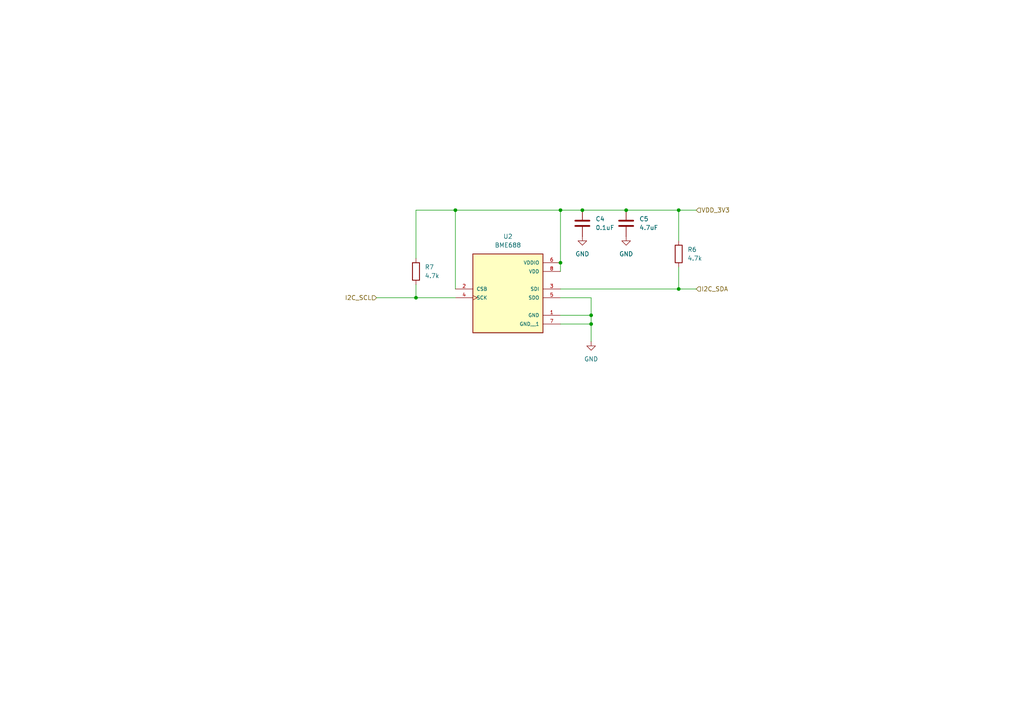
<source format=kicad_sch>
(kicad_sch (version 20250114) (generator "eeschema") (generator_version "9.0")
  (paper "A4")
  (title_block (title "air-ctrl") (date "2025-10-22") (rev "1.2"))
  (lib_symbols
    (symbol "BME688:BME688" (pin_names (offset 1.016))
      (property "Reference" "U" (at -10.16 10.668 0))
      (property "Value" "BME688" (at -10.16 -15.24 0))
      (symbol "BME688_0_0"
        (rectangle (start -10.16 -12.7) (end 10.16 10.16) (stroke (width 0.254)) (fill (type background)))
        (pin input line (at -15.24 0 0) (length 5.08) (name "CSB") (number "2"))
        (pin input clock (at -15.24 -2.54 0) (length 5.08) (name "SCK") (number "4"))
        (pin power_in line (at 15.24 7.62 180) (length 5.08) (name "VDDIO") (number "6"))
        (pin power_in line (at 15.24 5.08 180) (length 5.08) (name "VDD") (number "8"))
        (pin bidirectional line (at 15.24 0 180) (length 5.08) (name "SDI") (number "3"))
        (pin bidirectional line (at 15.24 -2.54 180) (length 5.08) (name "SDO") (number "5"))
        (pin power_in line (at 15.24 -7.62 180) (length 5.08) (name "GND") (number "1"))
        (pin power_in line (at 15.24 -10.16 180) (length 5.08) (name "GND__1") (number "7"))
      )
    )
    (symbol "Device:C" (pin_numbers (hide yes)) (pin_names (offset 0.254))
      (property "Reference" "C" (at 0.635 2.54 0))
      (property "Value" "C" (at 0.635 -2.54 0))
      (symbol "C_0_1"
        (polyline (pts (xy -2.032 0.762) (xy 2.032 0.762)) (stroke (width 0.508)))
        (polyline (pts (xy -2.032 -0.762) (xy 2.032 -0.762)) (stroke (width 0.508)))
      )
      (symbol "C_1_1"
        (pin passive line (at 0 3.81 270) (length 2.794) (name "~") (number "1"))
        (pin passive line (at 0 -3.81 90) (length 2.794) (name "~") (number "2"))
      )
    )
    (symbol "Device:R" (pin_numbers (hide yes)) (pin_names (offset 0))
      (property "Reference" "R" (at 2.032 0 90))
      (property "Value" "R" (at 0 0 90))
      (symbol "R_0_1"
        (rectangle (start -1.016 -2.54) (end 1.016 2.54) (stroke (width 0.254)))
      )
      (symbol "R_1_1"
        (pin passive line (at 0 3.81 270) (length 1.27) (name "~") (number "1"))
        (pin passive line (at 0 -3.81 90) (length 1.27) (name "~") (number "2"))
      )
    )
    (symbol "power:GND" (power) (pin_numbers (hide yes)) (pin_names (offset 0) (hide yes))
      (property "Value" "GND" (at 0 -3.81 0))
      (symbol "GND_0_1"
        (polyline (pts (xy 0 0) (xy 0 -1.27) (xy 1.27 -1.27) (xy 0 -2.54) (xy -1.27 -1.27) (xy 0 -1.27)))
      )
      (symbol "GND_1_1"
        (pin power_in line (at 0 0 270) (length 0) (name "~") (number "1"))
      )
    )
  )
  (junction (at 196.85 83.82))
  (junction (at 196.85 60.96))
  (junction (at 168.91 60.96))
  (junction (at 120.65 86.36))
  (junction (at 162.56 76.2))
  (junction (at 171.45 91.44))
  (junction (at 171.45 93.98))
  (junction (at 162.56 60.96))
  (junction (at 132.08 60.96))
  (junction (at 181.61 60.96))
  (wire (pts (xy 120.65 74.93) (xy 120.65 60.96)))
  (wire (pts (xy 168.91 60.96) (xy 181.61 60.96)))
  (wire (pts (xy 120.65 86.36) (xy 132.08 86.36)))
  (wire (pts (xy 171.45 93.98) (xy 171.45 99.06)))
  (wire (pts (xy 120.65 82.55) (xy 120.65 86.36)))
  (wire (pts (xy 132.08 60.96) (xy 162.56 60.96)))
  (wire (pts (xy 162.56 93.98) (xy 171.45 93.98)))
  (wire (pts (xy 162.56 60.96) (xy 162.56 76.2)))
  (wire (pts (xy 196.85 77.47) (xy 196.85 83.82)))
  (wire (pts (xy 196.85 60.96) (xy 196.85 69.85)))
  (wire (pts (xy 171.45 91.44) (xy 171.45 93.98)))
  (wire (pts (xy 162.56 76.2) (xy 162.56 78.74)))
  (wire (pts (xy 109.22 86.36) (xy 120.65 86.36)))
  (wire (pts (xy 181.61 60.96) (xy 196.85 60.96)))
  (wire (pts (xy 132.08 83.82) (xy 132.08 60.96)))
  (wire (pts (xy 171.45 86.36) (xy 171.45 91.44)))
  (wire (pts (xy 120.65 60.96) (xy 132.08 60.96)))
  (wire (pts (xy 162.56 83.82) (xy 196.85 83.82)))
  (wire (pts (xy 196.85 60.96) (xy 201.93 60.96)))
  (wire (pts (xy 162.56 91.44) (xy 171.45 91.44)))
  (wire (pts (xy 162.56 60.96) (xy 168.91 60.96)))
  (wire (pts (xy 196.85 83.82) (xy 201.93 83.82)))
  (wire (pts (xy 162.56 86.36) (xy 171.45 86.36)))
  (hierarchical_label "I2C_SDA" (shape input) (at 201.93 83.82 0))
  (hierarchical_label "VDD_3V3" (shape input) (at 201.93 60.96 0))
  (hierarchical_label "I2C_SCL" (shape input) (at 109.22 86.36 180))
  (symbol (lib_id "power:GND") (at 168.91 68.58 0) (unit 1)
    (property "Reference" "#PWR010" (effects (hide yes)))
    (property "Value" "GND" (at 168.91 73.66 0))
    (property "Description" "Power symbol creates a global label with name \"GND\" , ground" (effects (hide yes)))
  )
  (symbol (lib_id "Device:C") (at 181.61 64.77 0) (unit 1)
    (property "Reference" "C5" (at 185.42 63.4999 0) (effects (justify left)))
    (property "Value" "4.7uF" (at 185.42 66.0399 0) (effects (justify left)))
    (property "Footprint" "Capacitor_SMD:C_0603_1608Metric" (effects (hide yes)))
    (property "Description" "Unpolarized capacitor" (effects (hide yes)))
  )
  (symbol (lib_id "Device:C") (at 168.91 64.77 0) (unit 1)
    (property "Reference" "C4" (at 172.72 63.4999 0) (effects (justify left)))
    (property "Value" "0.1uF" (at 172.72 66.0399 0) (effects (justify left)))
    (property "Footprint" "Capacitor_SMD:C_0603_1608Metric" (effects (hide yes)))
    (property "Description" "Unpolarized capacitor" (effects (hide yes)))
  )
  (symbol (lib_id "BME688:BME688") (at 147.32 83.82 0) (unit 1)
    (property "Reference" "U2" (at 147.32 68.58 0))
    (property "Value" "BME688" (at 147.32 71.12 0))
    (property "Footprint" "BME688:IC_BME688" (effects (hide yes)))
    (property "PARTREV" "1.0" (effects (hide yes)))
    (property "STANDARD" "Manufacturer recommendations" (effects (hide yes)))
    (property "MAXIMUM_PACKAGE_HEIGHT" "1.0 mm" (effects (hide yes)))
    (property "MANUFACTURER" "BOSCH" (effects (hide yes)))
  )
  (symbol (lib_id "power:GND") (at 171.45 99.06 0) (unit 1)
    (property "Reference" "#PWR09" (effects (hide yes)))
    (property "Value" "GND" (at 171.45 104.14 0))
    (property "Description" "Power symbol creates a global label with name \"GND\" , ground" (effects (hide yes)))
  )
  (symbol (lib_id "Device:R") (at 196.85 73.66 0) (unit 1)
    (property "Reference" "R6" (at 199.39 72.3899 0) (effects (justify left)))
    (property "Value" "4.7k" (at 199.39 74.9299 0) (effects (justify left)))
    (property "Footprint" "Resistor_SMD:R_0603_1608Metric" (effects (hide yes)))
    (property "Description" "Resistor" (effects (hide yes)))
  )
  (symbol (lib_id "power:GND") (at 181.61 68.58 0) (unit 1)
    (property "Reference" "#PWR011" (effects (hide yes)))
    (property "Value" "GND" (at 181.61 73.66 0))
    (property "Description" "Power symbol creates a global label with name \"GND\" , ground" (effects (hide yes)))
  )
  (symbol (lib_id "Device:R") (at 120.65 78.74 0) (unit 1)
    (property "Reference" "R7" (at 123.19 77.4699 0) (effects (justify left)))
    (property "Value" "4.7k" (at 123.19 80.0099 0) (effects (justify left)))
    (property "Footprint" "Resistor_SMD:R_0603_1608Metric" (effects (hide yes)))
    (property "Description" "Resistor" (effects (hide yes)))
  )
)
</source>
